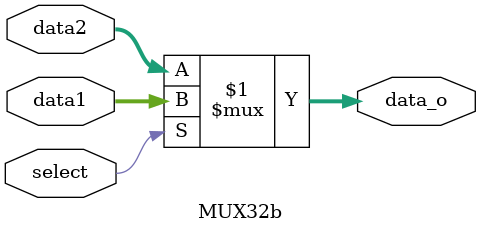
<source format=v>
module MUX32b(
 	input [31:0] data1,//value1
 	input [31:0] data2,//value2
 	input select,//control
 	output [31:0] data_o//output
 );
assign	data_o=(select)? data1:data2;//if select is 1,output is data1.if select is 0,output is data2.

endmodule

</source>
